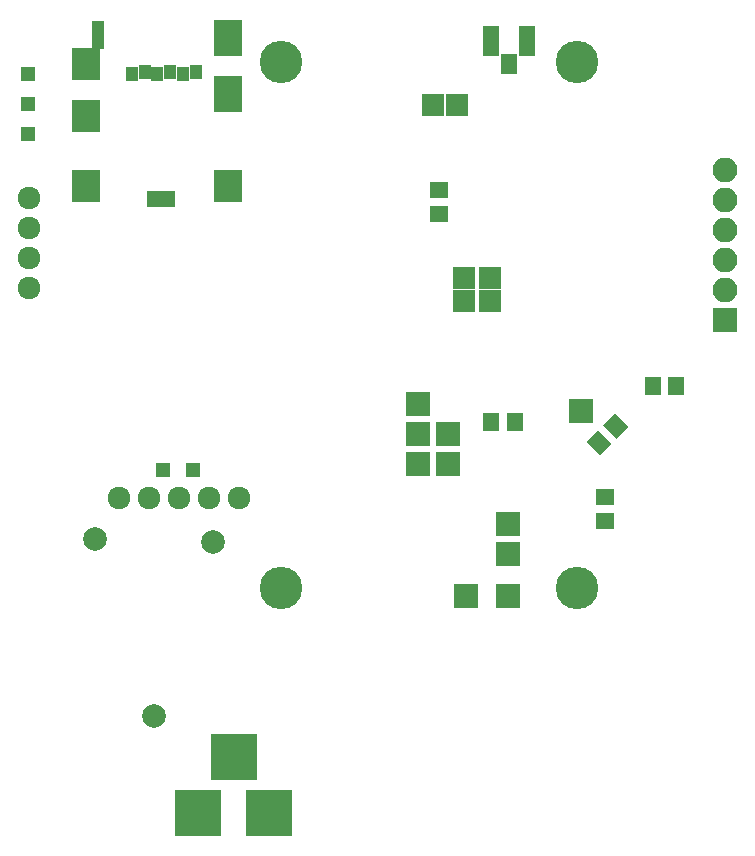
<source format=gbr>
G04 #@! TF.FileFunction,Soldermask,Bot*
%FSLAX46Y46*%
G04 Gerber Fmt 4.6, Leading zero omitted, Abs format (unit mm)*
G04 Created by KiCad (PCBNEW 4.0.7-e2-6376~58~ubuntu16.04.1) date Tue Dec  5 16:52:33 2017*
%MOMM*%
%LPD*%
G01*
G04 APERTURE LIST*
%ADD10C,0.100000*%
%ADD11R,2.100000X2.100000*%
%ADD12C,2.000000*%
%ADD13R,1.250000X1.250000*%
%ADD14C,3.600000*%
%ADD15O,2.100000X2.100000*%
%ADD16R,3.900000X3.900000*%
%ADD17R,1.400000X2.600000*%
%ADD18R,1.400000X1.800000*%
%ADD19R,1.924000X1.924000*%
%ADD20C,1.924000*%
%ADD21R,2.400000X3.100000*%
%ADD22R,2.400000X2.700000*%
%ADD23R,1.000000X1.200000*%
%ADD24R,1.000000X2.400000*%
%ADD25R,2.400000X1.400000*%
%ADD26R,1.650000X1.400000*%
%ADD27R,1.400000X1.650000*%
G04 APERTURE END LIST*
D10*
D11*
X170180000Y-88900000D03*
D12*
X150288000Y-98077000D03*
X140288000Y-97827000D03*
X145288000Y-112827000D03*
D13*
X134620000Y-58420000D03*
X134620000Y-60960000D03*
X146050000Y-91948000D03*
X148590000Y-91948000D03*
D14*
X181100000Y-101960000D03*
X156083000Y-57454800D03*
D11*
X193675000Y-79248000D03*
D15*
X193675000Y-76708000D03*
X193675000Y-74168000D03*
X193675000Y-71628000D03*
X193675000Y-69088000D03*
X193675000Y-66548000D03*
D14*
X181102000Y-57454800D03*
X156100000Y-101960000D03*
D11*
X167640000Y-88900000D03*
D16*
X149047200Y-120980200D03*
X155047200Y-120980200D03*
X152047200Y-116280200D03*
D11*
X170180000Y-91440000D03*
X167640000Y-86360000D03*
X167640000Y-91440000D03*
D17*
X173887000Y-55626000D03*
D18*
X175387000Y-57626000D03*
D17*
X176887000Y-55626000D03*
D19*
X168926000Y-61087000D03*
X170926000Y-61087000D03*
X171577000Y-77708000D03*
X171577000Y-75708000D03*
X173736000Y-77708000D03*
X173736000Y-75708000D03*
D20*
X134759700Y-68948300D03*
X134759700Y-71488300D03*
X134759700Y-74028300D03*
X134759700Y-76568300D03*
X142379700Y-94348300D03*
X144919700Y-94348300D03*
X147459700Y-94348300D03*
X149999700Y-94348300D03*
X152539700Y-94348300D03*
D21*
X151567400Y-55422800D03*
D22*
X151567400Y-67892800D03*
D21*
X151567400Y-60122800D03*
D22*
X139567400Y-67892800D03*
X139567400Y-62042800D03*
X139567400Y-57642800D03*
D23*
X148897400Y-58242800D03*
X146697400Y-58242800D03*
X143457400Y-58442800D03*
X147797400Y-58442800D03*
X145597400Y-58442800D03*
X144512400Y-58242800D03*
D24*
X140607400Y-55122800D03*
D25*
X145897400Y-69042800D03*
D26*
X169443400Y-68265800D03*
X169443400Y-70265800D03*
D11*
X175260000Y-96520000D03*
X175260000Y-99060000D03*
X171704000Y-102616000D03*
X181457600Y-86995000D03*
X175260000Y-102616000D03*
D10*
G36*
X183074081Y-90736245D02*
X181907355Y-89569519D01*
X182897305Y-88579569D01*
X184064031Y-89746295D01*
X183074081Y-90736245D01*
X183074081Y-90736245D01*
G37*
G36*
X184488295Y-89322031D02*
X183321569Y-88155305D01*
X184311519Y-87165355D01*
X185478245Y-88332081D01*
X184488295Y-89322031D01*
X184488295Y-89322031D01*
G37*
D26*
X183476900Y-96262700D03*
X183476900Y-94262700D03*
D27*
X175879000Y-87909400D03*
X173879000Y-87909400D03*
X189544200Y-84823300D03*
X187544200Y-84823300D03*
D13*
X134620000Y-63525400D03*
M02*

</source>
